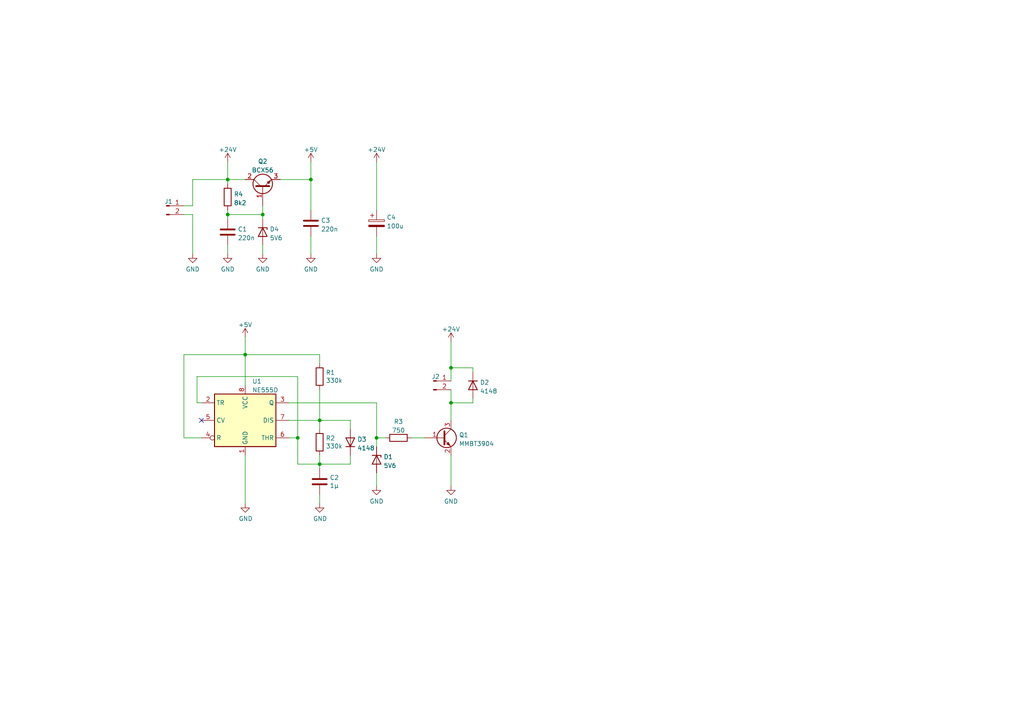
<source format=kicad_sch>
(kicad_sch (version 20211123) (generator eeschema)
  (paper "A4")
  (lib_symbols
    (symbol "Connector:Conn_01x02_Male" (pin_names (offset 1.016) hide)
      (property "Reference" "J" (at 0 2.54 0))
      (property "Value" "Conn_01x02_Male" (at 0 -5.08 0))
      (symbol "Conn_01x02_Male_1_1"
        (polyline (pts (xy 1.27 -2.54) (xy 0.8636 -2.54)) (stroke (width 0.1524)))
        (polyline (pts (xy 1.27 0) (xy 0.8636 0)) (stroke (width 0.1524)))
        (rectangle (start 0.8636 -2.413) (end 0 -2.667) (stroke (width 0.1524)) (fill (type outline)))
        (rectangle (start 0.8636 0.127) (end 0 -0.127) (stroke (width 0.1524)) (fill (type outline)))
        (pin passive line (at 5.08 0 180) (length 3.81) (name "Pin_1") (number "1"))
        (pin passive line (at 5.08 -2.54 180) (length 3.81) (name "Pin_2") (number "2"))
      )
    )
    (symbol "Device:C" (pin_numbers hide) (pin_names (offset 0.254))
      (property "Reference" "C" (at 0.635 2.54 0))
      (property "Value" "C" (at 0.635 -2.54 0))
      (symbol "C_0_1"
        (polyline (pts (xy -2.032 -0.762) (xy 2.032 -0.762)) (stroke (width 0.508)))
        (polyline (pts (xy -2.032 0.762) (xy 2.032 0.762)) (stroke (width 0.508)))
      )
      (symbol "C_1_1"
        (pin passive line (at 0 3.81 270) (length 2.794) (name "~") (number "1"))
        (pin passive line (at 0 -3.81 90) (length 2.794) (name "~") (number "2"))
      )
    )
    (symbol "Device:C_Polarized" (pin_numbers hide) (pin_names (offset 0.254))
      (property "Reference" "C" (at 0.635 2.54 0))
      (property "Value" "C_Polarized" (at 0.635 -2.54 0))
      (symbol "C_Polarized_0_1"
        (rectangle (start -2.286 0.508) (end 2.286 1.016))
        (polyline (pts (xy -1.778 2.286) (xy -0.762 2.286)))
        (polyline (pts (xy -1.27 2.794) (xy -1.27 1.778)))
        (rectangle (start 2.286 -0.508) (end -2.286 -1.016) (fill (type outline)))
      )
      (symbol "C_Polarized_1_1"
        (pin passive line (at 0 3.81 270) (length 2.794) (name "~") (number "1"))
        (pin passive line (at 0 -3.81 90) (length 2.794) (name "~") (number "2"))
      )
    )
    (symbol "Device:D" (pin_numbers hide) (pin_names (offset 1.016) hide)
      (property "Reference" "D" (at 0 2.54 0))
      (property "Value" "D" (at 0 -2.54 0))
      (symbol "D_0_1"
        (polyline (pts (xy -1.27 1.27) (xy -1.27 -1.27)) (stroke (width 0.254)))
        (polyline (pts (xy 1.27 0) (xy -1.27 0)))
        (polyline (pts (xy 1.27 1.27) (xy 1.27 -1.27) (xy -1.27 0) (xy 1.27 1.27)) (stroke (width 0.254)))
      )
      (symbol "D_1_1"
        (pin passive line (at -3.81 0 0) (length 2.54) (name "K") (number "1"))
        (pin passive line (at 3.81 0 180) (length 2.54) (name "A") (number "2"))
      )
    )
    (symbol "Device:D_Zener" (pin_numbers hide) (pin_names (offset 1.016) hide)
      (property "Reference" "D" (at 0 2.54 0))
      (property "Value" "D_Zener" (at 0 -2.54 0))
      (symbol "D_Zener_0_1"
        (polyline (pts (xy 1.27 0) (xy -1.27 0)))
        (polyline (pts (xy -1.27 -1.27) (xy -1.27 1.27) (xy -0.762 1.27)) (stroke (width 0.254)))
        (polyline (pts (xy 1.27 -1.27) (xy 1.27 1.27) (xy -1.27 0) (xy 1.27 -1.27)) (stroke (width 0.254)))
      )
      (symbol "D_Zener_1_1"
        (pin passive line (at -3.81 0 0) (length 2.54) (name "K") (number "1"))
        (pin passive line (at 3.81 0 180) (length 2.54) (name "A") (number "2"))
      )
    )
    (symbol "Device:R" (pin_numbers hide) (pin_names (offset 0))
      (property "Reference" "R" (at 2.032 0 90))
      (property "Value" "R" (at 0 0 90))
      (symbol "R_0_1"
        (rectangle (start -1.016 -2.54) (end 1.016 2.54) (stroke (width 0.254)))
      )
      (symbol "R_1_1"
        (pin passive line (at 0 3.81 270) (length 1.27) (name "~") (number "1"))
        (pin passive line (at 0 -3.81 90) (length 1.27) (name "~") (number "2"))
      )
    )
    (symbol "Timer:NE555D"
      (property "Reference" "U" (at -10.16 8.89 0))
      (property "Value" "NE555D" (at 2.54 8.89 0))
      (symbol "NE555D_0_0"
        (pin power_in line (at 0 -10.16 90) (length 2.54) (name "GND") (number "1"))
        (pin power_in line (at 0 10.16 270) (length 2.54) (name "VCC") (number "8"))
      )
      (symbol "NE555D_0_1"
        (rectangle (start -8.89 -7.62) (end 8.89 7.62) (stroke (width 0.254)) (fill (type background)))
        (rectangle (start -8.89 -7.62) (end 8.89 7.62) (stroke (width 0.254)) (fill (type background)))
      )
      (symbol "NE555D_1_1"
        (pin input line (at -12.7 5.08 0) (length 3.81) (name "TR") (number "2"))
        (pin output line (at 12.7 5.08 180) (length 3.81) (name "Q") (number "3"))
        (pin input inverted (at -12.7 -5.08 0) (length 3.81) (name "R") (number "4"))
        (pin input line (at -12.7 0 0) (length 3.81) (name "CV") (number "5"))
        (pin input line (at 12.7 -5.08 180) (length 3.81) (name "THR") (number "6"))
        (pin input line (at 12.7 0 180) (length 3.81) (name "DIS") (number "7"))
      )
    )
    (symbol "Transistor_BJT:BCX56" (pin_names (offset 0) hide)
      (property "Reference" "Q" (at 5.08 1.905 0))
      (property "Value" "BCX56" (at 5.08 0 0))
      (symbol "BCX56_0_1"
        (polyline (pts (xy 0.635 0.635) (xy 2.54 2.54)))
        (polyline (pts (xy 0.635 -0.635) (xy 2.54 -2.54) (xy 2.54 -2.54)))
        (polyline (pts (xy 0.635 1.905) (xy 0.635 -1.905) (xy 0.635 -1.905)) (stroke (width 0.508)))
        (polyline (pts (xy 1.27 -1.778) (xy 1.778 -1.27) (xy 2.286 -2.286) (xy 1.27 -1.778) (xy 1.27 -1.778)) (fill (type outline)))
        (circle (center 1.27 0) (radius 2.8194) (stroke (width 0.254)))
      )
      (symbol "BCX56_1_1"
        (pin input line (at -5.08 0 0) (length 5.715) (name "B") (number "1"))
        (pin passive line (at 2.54 5.08 270) (length 2.54) (name "C") (number "2"))
        (pin passive line (at 2.54 -5.08 90) (length 2.54) (name "E") (number "3"))
      )
    )
    (symbol "Transistor_BJT:MMBT3904" (pin_names (offset 0) hide)
      (property "Reference" "Q" (at 5.08 1.905 0))
      (property "Value" "MMBT3904" (at 5.08 0 0))
      (symbol "MMBT3904_0_1"
        (polyline (pts (xy 0.635 0.635) (xy 2.54 2.54)))
        (polyline (pts (xy 0.635 -0.635) (xy 2.54 -2.54) (xy 2.54 -2.54)))
        (polyline (pts (xy 0.635 1.905) (xy 0.635 -1.905) (xy 0.635 -1.905)) (stroke (width 0.508)))
        (polyline (pts (xy 1.27 -1.778) (xy 1.778 -1.27) (xy 2.286 -2.286) (xy 1.27 -1.778) (xy 1.27 -1.778)) (fill (type outline)))
        (circle (center 1.27 0) (radius 2.8194) (stroke (width 0.254)))
      )
      (symbol "MMBT3904_1_1"
        (pin input line (at -5.08 0 0) (length 5.715) (name "B") (number "1"))
        (pin passive line (at 2.54 -5.08 90) (length 2.54) (name "E") (number "2"))
        (pin passive line (at 2.54 5.08 270) (length 2.54) (name "C") (number "3"))
      )
    )
    (symbol "power:+24V" (power) (pin_names (offset 0))
      (property "Value" "+24V" (at 0 3.556 0))
      (symbol "+24V_0_1"
        (polyline (pts (xy -0.762 1.27) (xy 0 2.54)))
        (polyline (pts (xy 0 0) (xy 0 2.54)))
        (polyline (pts (xy 0 2.54) (xy 0.762 1.27)))
      )
      (symbol "+24V_1_1"
        (pin power_in line (at 0 0 90) (length 0) hide (name "+24V") (number "1"))
      )
    )
    (symbol "power:+5V" (power) (pin_names (offset 0))
      (property "Value" "+5V" (at 0 3.556 0))
      (symbol "+5V_0_1"
        (polyline (pts (xy -0.762 1.27) (xy 0 2.54)))
        (polyline (pts (xy 0 0) (xy 0 2.54)))
        (polyline (pts (xy 0 2.54) (xy 0.762 1.27)))
      )
      (symbol "+5V_1_1"
        (pin power_in line (at 0 0 90) (length 0) hide (name "+5V") (number "1"))
      )
    )
    (symbol "power:GND" (power) (pin_names (offset 0))
      (property "Value" "GND" (at 0 -3.81 0))
      (symbol "GND_0_1"
        (polyline (pts (xy 0 0) (xy 0 -1.27) (xy 1.27 -1.27) (xy 0 -2.54) (xy -1.27 -1.27) (xy 0 -1.27)))
      )
      (symbol "GND_1_1"
        (pin power_in line (at 0 0 270) (length 0) hide (name "GND") (number "1"))
      )
    )
  )
  (junction (at 66.04 52.07))
  (junction (at 66.04 62.23))
  (junction (at 130.81 116.84))
  (junction (at 92.71 121.92))
  (junction (at 92.71 134.62))
  (junction (at 90.17 52.07))
  (junction (at 76.2 62.23))
  (junction (at 71.12 102.87))
  (junction (at 109.22 127))
  (junction (at 86.36 127))
  (junction (at 130.81 106.68))
  (no_connect (at 58.42 121.92))
  (wire (pts (xy 66.04 52.07) (xy 66.04 53.34)))
  (wire (pts (xy 71.12 102.87) (xy 71.12 111.76)))
  (wire (pts (xy 92.71 143.51) (xy 92.71 146.05)))
  (wire (pts (xy 81.28 52.07) (xy 90.17 52.07)))
  (wire (pts (xy 109.22 137.16) (xy 109.22 140.97)))
  (wire (pts (xy 57.15 109.22) (xy 86.36 109.22)))
  (wire (pts (xy 58.42 116.84) (xy 57.15 116.84)))
  (wire (pts (xy 55.88 52.07) (xy 55.88 59.69)))
  (wire (pts (xy 66.04 63.5) (xy 66.04 62.23)))
  (wire (pts (xy 66.04 71.12) (xy 66.04 73.66)))
  (wire (pts (xy 86.36 127) (xy 86.36 134.62)))
  (wire (pts (xy 130.81 106.68) (xy 130.81 110.49)))
  (wire (pts (xy 53.34 62.23) (xy 55.88 62.23)))
  (wire (pts (xy 71.12 97.79) (xy 71.12 102.87)))
  (wire (pts (xy 53.34 102.87) (xy 53.34 127)))
  (wire (pts (xy 130.81 106.68) (xy 137.16 106.68)))
  (wire (pts (xy 92.71 121.92) (xy 92.71 124.46)))
  (wire (pts (xy 53.34 59.69) (xy 55.88 59.69)))
  (wire (pts (xy 137.16 115.57) (xy 137.16 116.84)))
  (wire (pts (xy 92.71 135.89) (xy 92.71 134.62)))
  (wire (pts (xy 86.36 134.62) (xy 92.71 134.62)))
  (wire (pts (xy 66.04 46.99) (xy 66.04 52.07)))
  (wire (pts (xy 83.82 121.92) (xy 92.71 121.92)))
  (wire (pts (xy 92.71 113.03) (xy 92.71 121.92)))
  (wire (pts (xy 76.2 59.69) (xy 76.2 62.23)))
  (wire (pts (xy 86.36 109.22) (xy 86.36 127)))
  (wire (pts (xy 130.81 113.03) (xy 130.81 116.84)))
  (wire (pts (xy 90.17 52.07) (xy 90.17 60.96)))
  (wire (pts (xy 66.04 60.96) (xy 66.04 62.23)))
  (wire (pts (xy 119.38 127) (xy 123.19 127)))
  (wire (pts (xy 57.15 116.84) (xy 57.15 109.22)))
  (wire (pts (xy 71.12 132.08) (xy 71.12 146.05)))
  (wire (pts (xy 55.88 52.07) (xy 66.04 52.07)))
  (wire (pts (xy 71.12 102.87) (xy 92.71 102.87)))
  (wire (pts (xy 66.04 52.07) (xy 71.12 52.07)))
  (wire (pts (xy 130.81 116.84) (xy 137.16 116.84)))
  (wire (pts (xy 109.22 68.58) (xy 109.22 73.66)))
  (wire (pts (xy 90.17 46.99) (xy 90.17 52.07)))
  (wire (pts (xy 92.71 121.92) (xy 101.6 121.92)))
  (wire (pts (xy 92.71 134.62) (xy 101.6 134.62)))
  (wire (pts (xy 83.82 116.84) (xy 109.22 116.84)))
  (wire (pts (xy 130.81 99.06) (xy 130.81 106.68)))
  (wire (pts (xy 90.17 73.66) (xy 90.17 68.58)))
  (wire (pts (xy 101.6 121.92) (xy 101.6 124.46)))
  (wire (pts (xy 109.22 116.84) (xy 109.22 127)))
  (wire (pts (xy 92.71 102.87) (xy 92.71 105.41)))
  (wire (pts (xy 92.71 132.08) (xy 92.71 134.62)))
  (wire (pts (xy 71.12 102.87) (xy 53.34 102.87)))
  (wire (pts (xy 86.36 127) (xy 83.82 127)))
  (wire (pts (xy 137.16 106.68) (xy 137.16 107.95)))
  (wire (pts (xy 66.04 62.23) (xy 76.2 62.23)))
  (wire (pts (xy 53.34 127) (xy 58.42 127)))
  (wire (pts (xy 109.22 127) (xy 109.22 129.54)))
  (wire (pts (xy 76.2 71.12) (xy 76.2 73.66)))
  (wire (pts (xy 109.22 46.99) (xy 109.22 60.96)))
  (wire (pts (xy 55.88 62.23) (xy 55.88 73.66)))
  (wire (pts (xy 76.2 62.23) (xy 76.2 63.5)))
  (wire (pts (xy 130.81 116.84) (xy 130.81 121.92)))
  (wire (pts (xy 109.22 127) (xy 111.76 127)))
  (wire (pts (xy 130.81 132.08) (xy 130.81 140.97)))
  (wire (pts (xy 101.6 134.62) (xy 101.6 132.08)))
  (symbol (lib_id "power:GND") (at 109.22 140.97 0) (unit 1)
    (property "Reference" "#PWR0103" (effects hide))
    (property "Value" "GND" (at 109.22 145.4134 0))
  )
  (symbol (lib_id "Transistor_BJT:BCX56") (at 76.2 54.61 90) (unit 1)
    (property "Reference" "Q2" (at 76.2 46.8208 90))
    (property "Value" "BCX56" (at 76.2 49.3577 90))
    (property "Footprint" "Package_TO_SOT_SMD:SOT-89-3" (effects hide))
    (property "Datasheet" "http://cache.nxp.com/documents/data_sheet/BCP56_BCX56_BC56PA.pdf?pspll=1" (effects hide))
  )
  (symbol (lib_id "power:GND") (at 66.04 73.66 0) (unit 1)
    (property "Reference" "#PWR0108" (effects hide))
    (property "Value" "GND" (at 66.04 78.1034 0))
  )
  (symbol (lib_id "Device:D_Zener") (at 109.22 133.35 270) (unit 1)
    (property "Reference" "D1" (at 111.252 132.5153 90) (effects (justify left)))
    (property "Value" "5V6" (at 111.252 135.0522 90) (effects (justify left)))
    (property "Footprint" "Diode_SMD:D_MiniMELF" (effects hide))
  )
  (symbol (lib_id "Transistor_BJT:MMBT3904") (at 128.27 127 0) (unit 1)
    (property "Reference" "Q1" (at 133.1214 126.1653 0) (effects (justify left)))
    (property "Value" "MMBT3904" (at 133.1214 128.7022 0) (effects (justify left)))
    (property "Footprint" "Package_TO_SOT_SMD:SOT-23" (effects hide))
    (property "Datasheet" "https://www.onsemi.com/pub/Collateral/2N3903-D.PDF" (effects hide))
  )
  (symbol (lib_id "Device:R") (at 92.71 128.27 0) (unit 1)
    (property "Reference" "R2" (at 94.488 127.1016 0) (effects (justify left)))
    (property "Value" "330k" (at 94.488 129.413 0) (effects (justify left)))
    (property "Footprint" "Resistor_SMD:R_1206_3216Metric" (effects hide))
  )
  (symbol (lib_id "power:GND") (at 130.81 140.97 0) (unit 1)
    (property "Reference" "#PWR0102" (effects hide))
    (property "Value" "GND" (at 130.81 145.4134 0))
  )
  (symbol (lib_id "power:GND") (at 71.12 146.05 0) (unit 1)
    (property "Reference" "#PWR0104" (effects hide))
    (property "Value" "GND" (at 71.247 150.4442 0))
  )
  (symbol (lib_id "power:+5V") (at 71.12 97.79 0) (unit 1)
    (property "Reference" "#PWR0106" (effects hide))
    (property "Value" "+5V" (at 71.12 94.2142 0))
  )
  (symbol (lib_id "power:GND") (at 90.17 73.66 0) (unit 1)
    (property "Reference" "#PWR0112" (effects hide))
    (property "Value" "GND" (at 90.17 78.1034 0))
  )
  (symbol (lib_id "power:GND") (at 55.88 73.66 0) (unit 1)
    (property "Reference" "#PWR0109" (effects hide))
    (property "Value" "GND" (at 55.88 78.1034 0))
  )
  (symbol (lib_id "Device:C") (at 90.17 64.77 0) (unit 1)
    (property "Reference" "C3" (at 93.091 63.9353 0) (effects (justify left)))
    (property "Value" "220n" (at 93.091 66.4722 0) (effects (justify left)))
    (property "Footprint" "Capacitor_SMD:C_0805_2012Metric" (effects hide))
  )
  (symbol (lib_id "Device:D_Zener") (at 76.2 67.31 270) (unit 1)
    (property "Reference" "D4" (at 78.232 66.4753 90) (effects (justify left)))
    (property "Value" "5V6" (at 78.232 69.0122 90) (effects (justify left)))
    (property "Footprint" "Diode_SMD:D_MiniMELF" (effects hide))
  )
  (symbol (lib_id "Connector:Conn_01x02_Male") (at 48.26 59.69 0) (unit 1)
    (property "Reference" "J1" (at 48.895 58.451 0))
    (property "Value" "Conn_01x02_Male" (effects hide))
    (property "Footprint" "Connector_PinHeader_2.54mm:PinHeader_1x02_P2.54mm_Vertical" (effects hide))
  )
  (symbol (lib_id "Device:C_Polarized") (at 109.22 64.77 0) (unit 1)
    (property "Reference" "C4" (at 112.141 63.0463 0) (effects (justify left)))
    (property "Value" "100u" (at 112.141 65.5832 0) (effects (justify left)))
    (property "Footprint" "Capacitor_THT:CP_Radial_D6.3mm_P2.50mm" (effects hide))
  )
  (symbol (lib_id "Device:R") (at 66.04 57.15 0) (unit 1)
    (property "Reference" "R4" (at 67.818 56.3153 0) (effects (justify left)))
    (property "Value" "8k2" (at 67.818 58.8522 0) (effects (justify left)))
    (property "Footprint" "Resistor_SMD:R_1206_3216Metric" (effects hide))
  )
  (symbol (lib_id "Device:R") (at 92.71 109.22 0) (unit 1)
    (property "Reference" "R1" (at 94.488 108.0516 0) (effects (justify left)))
    (property "Value" "330k" (at 94.488 110.363 0) (effects (justify left)))
    (property "Footprint" "Resistor_SMD:R_1206_3216Metric" (effects hide))
  )
  (symbol (lib_id "power:GND") (at 76.2 73.66 0) (unit 1)
    (property "Reference" "#PWR0107" (effects hide))
    (property "Value" "GND" (at 76.2 78.1034 0))
  )
  (symbol (lib_id "Connector:Conn_01x02_Male") (at 125.73 110.49 0) (unit 1)
    (property "Reference" "J2" (at 126.365 109.251 0))
    (property "Value" "Conn_01x02_Male" (effects hide))
    (property "Footprint" "Connector_PinHeader_2.54mm:PinHeader_1x02_P2.54mm_Vertical" (effects hide))
  )
  (symbol (lib_id "power:GND") (at 109.22 73.66 0) (unit 1)
    (property "Reference" "#PWR0114" (effects hide))
    (property "Value" "GND" (at 109.22 78.1034 0))
  )
  (symbol (lib_id "power:+24V") (at 109.22 46.99 0) (unit 1)
    (property "Reference" "#PWR0113" (effects hide))
    (property "Value" "+24V" (at 109.22 43.4142 0))
  )
  (symbol (lib_id "Device:R") (at 115.57 127 90) (unit 1)
    (property "Reference" "R3" (at 115.57 122.2842 90))
    (property "Value" "750" (at 115.57 124.8211 90))
    (property "Footprint" "Resistor_SMD:R_1206_3216Metric" (effects hide))
  )
  (symbol (lib_id "Device:C") (at 92.71 139.7 0) (unit 1)
    (property "Reference" "C2" (at 95.631 138.5316 0) (effects (justify left)))
    (property "Value" "1µ" (at 95.631 140.843 0) (effects (justify left)))
    (property "Footprint" "Capacitor_SMD:C_0805_2012Metric" (effects hide))
  )
  (symbol (lib_id "power:+24V") (at 130.81 99.06 0) (unit 1)
    (property "Reference" "#PWR0101" (effects hide))
    (property "Value" "+24V" (at 130.81 95.4842 0))
  )
  (symbol (lib_id "Device:C") (at 66.04 67.31 0) (unit 1)
    (property "Reference" "C1" (at 68.961 66.4753 0) (effects (justify left)))
    (property "Value" "220n" (at 68.961 69.0122 0) (effects (justify left)))
    (property "Footprint" "Capacitor_SMD:C_0805_2012Metric" (effects hide))
  )
  (symbol (lib_id "Device:D") (at 137.16 111.76 270) (unit 1)
    (property "Reference" "D2" (at 139.192 110.9253 90) (effects (justify left)))
    (property "Value" "4148" (at 139.192 113.4622 90) (effects (justify left)))
    (property "Footprint" "Diode_SMD:D_MiniMELF" (effects hide))
  )
  (symbol (lib_id "Device:D") (at 101.6 128.27 90) (unit 1)
    (property "Reference" "D3" (at 103.632 127.4353 90) (effects (justify right)))
    (property "Value" "4148" (at 103.632 129.9722 90) (effects (justify right)))
    (property "Footprint" "Diode_SMD:D_MiniMELF" (effects hide))
  )
  (symbol (lib_id "Timer:NE555D") (at 71.12 121.92 0) (unit 1)
    (property "Reference" "U1" (at 73.1394 110.6002 0) (effects (justify left)))
    (property "Value" "NE555D" (at 73.1394 113.1371 0) (effects (justify left)))
    (property "Footprint" "Package_SO:SOIC-8_3.9x4.9mm_P1.27mm" (effects hide))
    (property "Datasheet" "http://www.ti.com/lit/ds/symlink/ne555.pdf" (effects hide))
  )
  (symbol (lib_id "power:+24V") (at 66.04 46.99 0) (unit 1)
    (property "Reference" "#PWR0110" (effects hide))
    (property "Value" "+24V" (at 66.04 43.4142 0))
  )
  (symbol (lib_id "power:GND") (at 92.71 146.05 0) (unit 1)
    (property "Reference" "#PWR0105" (effects hide))
    (property "Value" "GND" (at 92.837 150.4442 0))
  )
  (symbol (lib_id "power:+5V") (at 90.17 46.99 0) (unit 1)
    (property "Reference" "#PWR0111" (effects hide))
    (property "Value" "+5V" (at 90.17 43.4142 0))
  )
)
</source>
